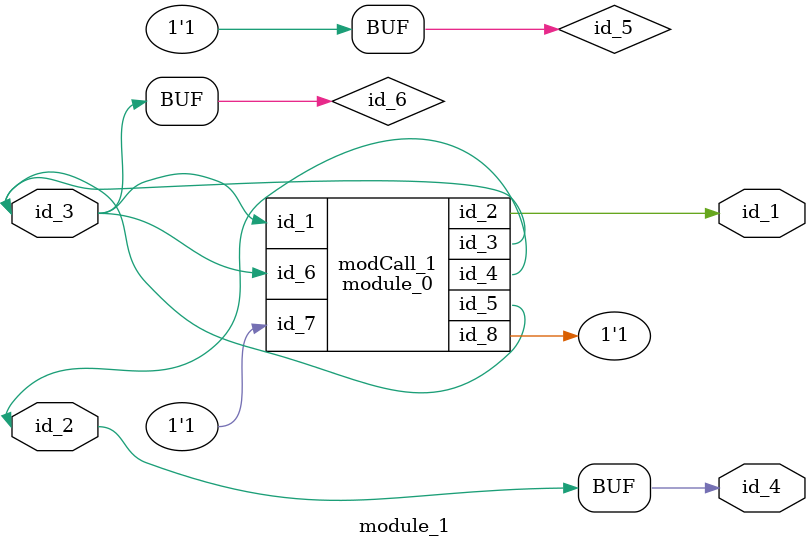
<source format=v>
module module_0 (
    id_1,
    id_2,
    id_3,
    id_4,
    id_5,
    id_6,
    id_7,
    id_8
);
  output wire id_8;
  input wire id_7;
  input wire id_6;
  inout wire id_5;
  output wire id_4;
  output wire id_3;
  output wire id_2;
  input wire id_1;
  assign id_8 = 1;
  wire id_9;
endmodule
module module_1 (
    id_1,
    id_2,
    id_3,
    id_4
);
  output wire id_4;
  inout wire id_3;
  inout wire id_2;
  output wire id_1;
  supply1 id_5;
  assign id_5 = id_5 * id_3;
  wor id_6;
  assign id_4 = (id_2);
  assign id_6 = id_3;
  module_0 modCall_1 (
      id_3,
      id_1,
      id_3,
      id_2,
      id_3,
      id_3,
      id_5,
      id_5
  );
endmodule

</source>
